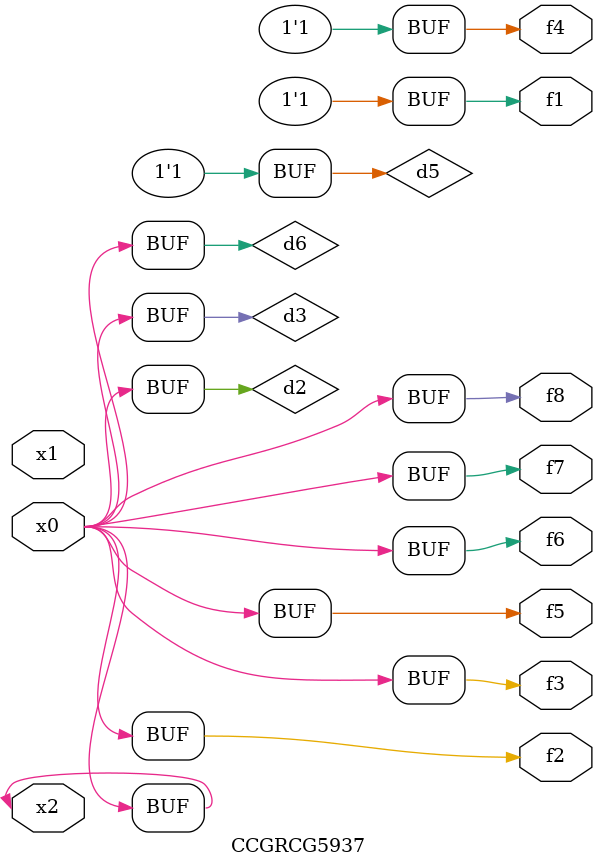
<source format=v>
module CCGRCG5937(
	input x0, x1, x2,
	output f1, f2, f3, f4, f5, f6, f7, f8
);

	wire d1, d2, d3, d4, d5, d6;

	xnor (d1, x2);
	buf (d2, x0, x2);
	and (d3, x0);
	xnor (d4, x1, x2);
	nand (d5, d1, d3);
	buf (d6, d2, d3);
	assign f1 = d5;
	assign f2 = d6;
	assign f3 = d6;
	assign f4 = d5;
	assign f5 = d6;
	assign f6 = d6;
	assign f7 = d6;
	assign f8 = d6;
endmodule

</source>
